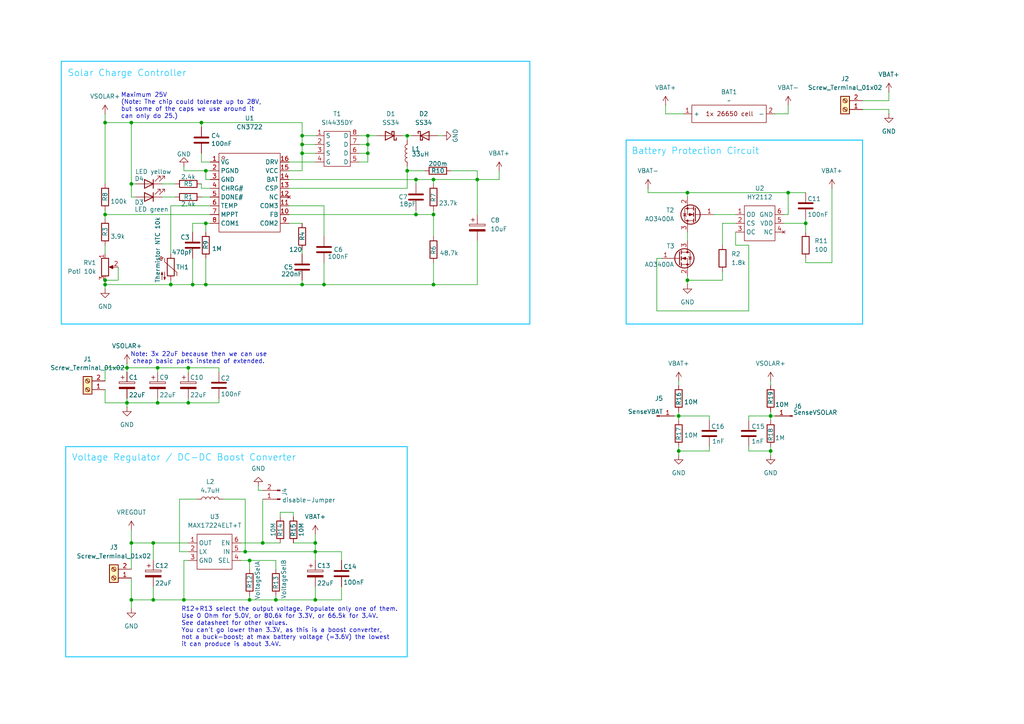
<source format=kicad_sch>
(kicad_sch (version 20231120) (generator "eeschema") (generator_version "8.0")
  (paper "A4")
  (lib_symbols
    (symbol "Connector:Conn_01x01_Pin" (pin_names (offset 1.016) hide)
      (property "Reference" "J" (at 0 2.54 0))
      (property "Value" "Conn_01x01_Pin" (at 0 -2.54 0))
      (symbol "Conn_01x01_Pin_1_1"
        (polyline (pts (xy 1.27 0) (xy 0.8636 0)) (stroke (width 0.1524)))
        (rectangle (start 0.8636 0.127) (end 0 -0.127) (stroke (width 0.1524)) (fill (type outline)))
        (pin passive line (at 5.08 0 180) (length 3.81) (name "Pin_1") (number "1"))
      )
    )
    (symbol "Connector:Conn_01x02_Pin" (pin_names (offset 1.016) hide)
      (property "Reference" "J" (at 0 2.54 0))
      (property "Value" "Conn_01x02_Pin" (at 0 -5.08 0))
      (symbol "Conn_01x02_Pin_1_1"
        (polyline (pts (xy 1.27 -2.54) (xy 0.8636 -2.54)) (stroke (width 0.1524)))
        (polyline (pts (xy 1.27 0) (xy 0.8636 0)) (stroke (width 0.1524)))
        (rectangle (start 0.8636 -2.413) (end 0 -2.667) (stroke (width 0.1524)) (fill (type outline)))
        (rectangle (start 0.8636 0.127) (end 0 -0.127) (stroke (width 0.1524)) (fill (type outline)))
        (pin passive line (at 5.08 0 180) (length 3.81) (name "Pin_1") (number "1"))
        (pin passive line (at 5.08 -2.54 180) (length 3.81) (name "Pin_2") (number "2"))
      )
    )
    (symbol "Connector:Screw_Terminal_01x02" (pin_names (offset 1.016) hide)
      (property "Reference" "J" (at 0 2.54 0))
      (property "Value" "Screw_Terminal_01x02" (at 0 -5.08 0))
      (symbol "Screw_Terminal_01x02_1_1"
        (rectangle (start -1.27 1.27) (end 1.27 -3.81) (stroke (width 0.254)) (fill (type background)))
        (circle (center 0 -2.54) (radius 0.635) (stroke (width 0.1524)))
        (polyline (pts (xy -0.5334 -2.2098) (xy 0.3302 -3.048)) (stroke (width 0.1524)))
        (polyline (pts (xy -0.5334 0.3302) (xy 0.3302 -0.508)) (stroke (width 0.1524)))
        (polyline (pts (xy -0.3556 -2.032) (xy 0.508 -2.8702)) (stroke (width 0.1524)))
        (polyline (pts (xy -0.3556 0.508) (xy 0.508 -0.3302)) (stroke (width 0.1524)))
        (circle (center 0 0) (radius 0.635) (stroke (width 0.1524)))
        (pin passive line (at -5.08 0 0) (length 3.81) (name "Pin_1") (number "1"))
        (pin passive line (at -5.08 -2.54 0) (length 3.81) (name "Pin_2") (number "2"))
      )
    )
    (symbol "Device:C" (pin_numbers hide) (pin_names (offset 0.254))
      (property "Reference" "C" (at 0.635 2.54 0))
      (property "Value" "C" (at 0.635 -2.54 0))
      (symbol "C_0_1"
        (polyline (pts (xy -2.032 -0.762) (xy 2.032 -0.762)) (stroke (width 0.508)))
        (polyline (pts (xy -2.032 0.762) (xy 2.032 0.762)) (stroke (width 0.508)))
      )
      (symbol "C_1_1"
        (pin passive line (at 0 3.81 270) (length 2.794) (name "~") (number "1"))
        (pin passive line (at 0 -3.81 90) (length 2.794) (name "~") (number "2"))
      )
    )
    (symbol "Device:C_Polarized" (pin_numbers hide) (pin_names (offset 0.254))
      (property "Reference" "C" (at 0.635 2.54 0))
      (property "Value" "C_Polarized" (at 0.635 -2.54 0))
      (symbol "C_Polarized_0_1"
        (rectangle (start -2.286 0.508) (end 2.286 1.016))
        (polyline (pts (xy -1.778 2.286) (xy -0.762 2.286)))
        (polyline (pts (xy -1.27 2.794) (xy -1.27 1.778)))
        (rectangle (start 2.286 -0.508) (end -2.286 -1.016) (fill (type outline)))
      )
      (symbol "C_Polarized_1_1"
        (pin passive line (at 0 3.81 270) (length 2.794) (name "~") (number "1"))
        (pin passive line (at 0 -3.81 90) (length 2.794) (name "~") (number "2"))
      )
    )
    (symbol "Device:L" (pin_numbers hide) (pin_names (offset 1.016) hide)
      (property "Reference" "L" (at -1.27 0 90))
      (property "Value" "L" (at 1.905 0 90))
      (symbol "L_0_1"
        (arc (start 0 -2.54) (mid 0.6323 -1.905) (end 0 -1.27))
        (arc (start 0 -1.27) (mid 0.6323 -0.635) (end 0 0))
        (arc (start 0 0) (mid 0.6323 0.635) (end 0 1.27))
        (arc (start 0 1.27) (mid 0.6323 1.905) (end 0 2.54))
      )
      (symbol "L_1_1"
        (pin passive line (at 0 3.81 270) (length 1.27) (name "1") (number "1"))
        (pin passive line (at 0 -3.81 90) (length 1.27) (name "2") (number "2"))
      )
    )
    (symbol "Device:LED" (pin_numbers hide) (pin_names (offset 1.016) hide)
      (property "Reference" "D" (at 0 2.54 0))
      (property "Value" "LED" (at 0 -2.54 0))
      (symbol "LED_0_1"
        (polyline (pts (xy -1.27 -1.27) (xy -1.27 1.27)) (stroke (width 0.254)))
        (polyline (pts (xy -1.27 0) (xy 1.27 0)))
        (polyline (pts (xy 1.27 -1.27) (xy 1.27 1.27) (xy -1.27 0) (xy 1.27 -1.27)) (stroke (width 0.254)))
        (polyline (pts (xy -3.048 -0.762) (xy -4.572 -2.286) (xy -3.81 -2.286) (xy -4.572 -2.286) (xy -4.572 -1.524)))
        (polyline (pts (xy -1.778 -0.762) (xy -3.302 -2.286) (xy -2.54 -2.286) (xy -3.302 -2.286) (xy -3.302 -1.524)))
      )
      (symbol "LED_1_1"
        (pin passive line (at -3.81 0 0) (length 2.54) (name "K") (number "1"))
        (pin passive line (at 3.81 0 180) (length 2.54) (name "A") (number "2"))
      )
    )
    (symbol "Device:R" (pin_numbers hide) (pin_names (offset 0))
      (property "Reference" "R" (at 2.032 0 90))
      (property "Value" "R" (at 0 0 90))
      (symbol "R_0_1"
        (rectangle (start -1.016 -2.54) (end 1.016 2.54) (stroke (width 0.254)))
      )
      (symbol "R_1_1"
        (pin passive line (at 0 3.81 270) (length 1.27) (name "~") (number "1"))
        (pin passive line (at 0 -3.81 90) (length 1.27) (name "~") (number "2"))
      )
    )
    (symbol "Device:R_Potentiometer" (pin_names (offset 1.016) hide)
      (property "Reference" "RV" (at -4.445 0 90))
      (property "Value" "R_Potentiometer" (at -2.54 0 90))
      (symbol "R_Potentiometer_0_1"
        (polyline (pts (xy 2.54 0) (xy 1.524 0)))
        (polyline (pts (xy 1.143 0) (xy 2.286 0.508) (xy 2.286 -0.508) (xy 1.143 0)) (fill (type outline)))
        (rectangle (start 1.016 2.54) (end -1.016 -2.54) (stroke (width 0.254)))
      )
      (symbol "R_Potentiometer_1_1"
        (pin passive line (at 0 3.81 270) (length 1.27) (name "1") (number "1"))
        (pin passive line (at 3.81 0 180) (length 1.27) (name "2") (number "2"))
        (pin passive line (at 0 -3.81 90) (length 1.27) (name "3") (number "3"))
      )
    )
    (symbol "Device:Thermistor_NTC" (pin_numbers hide) (pin_names (offset 0))
      (property "Reference" "TH" (at -4.445 0 90))
      (property "Value" "Thermistor_NTC" (at 3.175 0 90))
      (symbol "Thermistor_NTC_0_1"
        (arc (start -3.048 2.159) (mid -3.0495 2.3143) (end -3.175 2.413))
        (arc (start -3.048 2.159) (mid -2.9736 1.9794) (end -2.794 1.905))
        (arc (start -3.048 2.794) (mid -2.9736 2.6144) (end -2.794 2.54))
        (arc (start -2.794 1.905) (mid -2.6144 1.9794) (end -2.54 2.159))
        (arc (start -2.794 2.54) (mid -2.4393 2.5587) (end -2.159 2.794))
        (arc (start -2.794 3.048) (mid -2.9736 2.9736) (end -3.048 2.794))
        (arc (start -2.54 2.794) (mid -2.6144 2.9736) (end -2.794 3.048))
        (rectangle (start -1.016 2.54) (end 1.016 -2.54) (stroke (width 0.254)))
        (polyline (pts (xy -2.54 2.159) (xy -2.54 2.794)))
        (polyline (pts (xy -1.778 2.54) (xy -1.778 1.524) (xy 1.778 -1.524) (xy 1.778 -2.54)))
        (polyline (pts (xy -2.54 -3.683) (xy -2.54 -1.397) (xy -2.794 -2.159) (xy -2.286 -2.159) (xy -2.54 -1.397) (xy -2.54 -1.651)) (fill (type outline)))
        (polyline (pts (xy -1.778 -1.397) (xy -1.778 -3.683) (xy -2.032 -2.921) (xy -1.524 -2.921) (xy -1.778 -3.683) (xy -1.778 -3.429)) (fill (type outline)))
      )
      (symbol "Thermistor_NTC_1_1"
        (pin passive line (at 0 3.81 270) (length 1.27) (name "~") (number "1"))
        (pin passive line (at 0 -3.81 90) (length 1.27) (name "~") (number "2"))
      )
    )
    (symbol "Diode:SS34" (pin_numbers hide) (pin_names (offset 1.016) hide)
      (property "Reference" "D" (at 0 2.54 0))
      (property "Value" "SS34" (at 0 -2.54 0))
      (symbol "SS34_0_1"
        (polyline (pts (xy 1.27 0) (xy -1.27 0)))
        (polyline (pts (xy 1.27 1.27) (xy 1.27 -1.27) (xy -1.27 0) (xy 1.27 1.27)) (stroke (width 0.254)))
        (polyline (pts (xy -1.905 0.635) (xy -1.905 1.27) (xy -1.27 1.27) (xy -1.27 -1.27) (xy -0.635 -1.27) (xy -0.635 -0.635)) (stroke (width 0.254)))
      )
      (symbol "SS34_1_1"
        (pin passive line (at -3.81 0 0) (length 2.54) (name "K") (number "1"))
        (pin passive line (at 3.81 0 180) (length 2.54) (name "A") (number "2"))
      )
    )
    (symbol "Transistor_FET:AO3400A" (pin_names hide)
      (property "Reference" "Q" (at 5.08 1.905 0))
      (property "Value" "AO3400A" (at 5.08 0 0))
      (symbol "AO3400A_0_1"
        (polyline (pts (xy 0.254 0) (xy -2.54 0)))
        (polyline (pts (xy 0.254 1.905) (xy 0.254 -1.905)) (stroke (width 0.254)))
        (polyline (pts (xy 0.762 -1.27) (xy 0.762 -2.286)) (stroke (width 0.254)))
        (polyline (pts (xy 0.762 0.508) (xy 0.762 -0.508)) (stroke (width 0.254)))
        (polyline (pts (xy 0.762 2.286) (xy 0.762 1.27)) (stroke (width 0.254)))
        (polyline (pts (xy 2.54 2.54) (xy 2.54 1.778)))
        (polyline (pts (xy 2.54 -2.54) (xy 2.54 0) (xy 0.762 0)))
        (polyline (pts (xy 0.762 -1.778) (xy 3.302 -1.778) (xy 3.302 1.778) (xy 0.762 1.778)))
        (polyline (pts (xy 1.016 0) (xy 2.032 0.381) (xy 2.032 -0.381) (xy 1.016 0)) (fill (type outline)))
        (polyline (pts (xy 2.794 0.508) (xy 2.921 0.381) (xy 3.683 0.381) (xy 3.81 0.254)))
        (polyline (pts (xy 3.302 0.381) (xy 2.921 -0.254) (xy 3.683 -0.254) (xy 3.302 0.381)))
        (circle (center 1.651 0) (radius 2.794) (stroke (width 0.254)))
        (circle (center 2.54 -1.778) (radius 0.254) (fill (type outline)))
        (circle (center 2.54 1.778) (radius 0.254) (fill (type outline)))
      )
      (symbol "AO3400A_1_1"
        (pin input line (at -5.08 0 0) (length 2.54) (name "G") (number "1"))
        (pin passive line (at 2.54 -5.08 90) (length 2.54) (name "S") (number "2"))
        (pin passive line (at 2.54 5.08 270) (length 2.54) (name "D") (number "3"))
      )
    )
    (symbol "foxisfrickellibrary:CN3722"
      (property "Reference" "U" (at -8.382 0 0))
      (property "Value" "CN3722" (at 5.334 0 0))
      (symbol "CN3722_1_0"
        (rectangle (start -8.89 -24.13) (end 8.89 -1.27))
        (circle (center -7.62 -2.54) (radius 0.381))
        (pin input line (at -11.43 -3.81 0) (length 2.54) (name "VG") (number "1"))
        (pin input line (at 11.43 -19.05 180) (length 2.54) (name "FB") (number "10"))
        (pin input line (at 11.43 -16.51 180) (length 2.54) (name "COM3") (number "11"))
        (pin no_connect line (at 11.43 -13.97 180) (length 2.54) (name "NC") (number "12"))
        (pin bidirectional line (at 11.43 -11.43 180) (length 2.54) (name "CSP") (number "13"))
        (pin bidirectional line (at 11.43 -8.89 180) (length 2.54) (name "BAT") (number "14"))
        (pin power_in line (at 11.43 -6.35 180) (length 2.54) (name "VCC") (number "15"))
        (pin output line (at 11.43 -3.81 180) (length 2.54) (name "DRV") (number "16"))
        (pin bidirectional line (at -11.43 -6.35 0) (length 2.54) (name "PGND") (number "2"))
        (pin power_in line (at -11.43 -8.89 0) (length 2.54) (name "GND") (number "3"))
        (pin output line (at -11.43 -11.43 0) (length 2.54) (name "CHRG#") (number "4"))
        (pin output line (at -11.43 -13.97 0) (length 2.54) (name "DONE#") (number "5"))
        (pin input line (at -11.43 -16.51 0) (length 2.54) (name "TEMP") (number "6"))
        (pin input line (at -11.43 -19.05 0) (length 2.54) (name "MPPT") (number "7"))
        (pin input line (at -11.43 -21.59 0) (length 2.54) (name "COM1") (number "8"))
        (pin input line (at 11.43 -21.59 180) (length 2.54) (name "COM2") (number "9"))
      )
    )
    (symbol "foxisfrickellibrary:HY2112"
      (property "Reference" "U" (at 0 0 0))
      (property "Value" "HY2112" (at 3.048 -12.7 0))
      (symbol "HY2112_0_1"
        (rectangle (start -1.27 -1.27) (end 7.62 -11.43))
      )
      (symbol "HY2112_1_1"
        (pin output line (at -3.81 -3.81 0) (length 2.54) (name "OD") (number "1"))
        (pin input line (at -3.81 -6.35 0) (length 2.54) (name "CS") (number "2"))
        (pin output line (at -3.81 -8.89 0) (length 2.54) (name "OC") (number "3"))
        (pin no_connect line (at 10.16 -8.89 180) (length 2.54) (name "NC") (number "4"))
        (pin power_in line (at 10.16 -6.35 180) (length 2.54) (name "VDD") (number "5"))
        (pin power_in line (at 10.16 -3.81 180) (length 2.54) (name "GND") (number "6"))
      )
    )
    (symbol "foxisfrickellibrary:MAX1722x"
      (property "Reference" "U" (at 0 0 0))
      (property "Value" "MAX1722x" (at 0 0 0))
      (symbol "MAX1722x_0_1"
        (rectangle (start -5.08 -1.27) (end 5.08 -11.43))
      )
      (symbol "MAX1722x_1_1"
        (pin power_out line (at -7.62 -3.81 0) (length 2.54) (name "OUT") (number "1"))
        (pin bidirectional line (at -7.62 -6.35 0) (length 2.54) (name "LX") (number "2"))
        (pin bidirectional line (at -7.62 -8.89 0) (length 2.54) (name "GND") (number "3"))
        (pin bidirectional line (at 7.62 -8.89 180) (length 2.54) (name "SEL") (number "4"))
        (pin power_in line (at 7.62 -6.35 180) (length 2.54) (name "IN") (number "5"))
        (pin input line (at 7.62 -3.81 180) (length 2.54) (name "EN") (number "6"))
      )
    )
    (symbol "foxisfrickellibrary:SI4435DY"
      (property "Reference" "T" (at 0 0 0))
      (property "Value" "SI4435DY" (at 2.54 -12.7 0))
      (symbol "SI4435DY_0_1"
        (rectangle (start -1.27 -1.27) (end 6.35 -11.43))
      )
      (symbol "SI4435DY_1_0"
        (pin bidirectional line (at -3.81 -2.54 0) (length 2.54) (name "S") (number "1"))
        (pin bidirectional line (at -3.81 -5.08 0) (length 2.54) (name "S") (number "2"))
        (pin bidirectional line (at -3.81 -7.62 0) (length 2.54) (name "S") (number "3"))
        (pin bidirectional line (at -3.81 -10.16 0) (length 2.54) (name "G") (number "4"))
        (pin bidirectional line (at 8.89 -10.16 180) (length 2.54) (name "D") (number "5"))
        (pin bidirectional line (at 8.89 -7.62 180) (length 2.54) (name "D") (number "6"))
        (pin bidirectional line (at 8.89 -5.08 180) (length 2.54) (name "D") (number "7"))
        (pin bidirectional line (at 8.89 -2.54 180) (length 2.54) (name "D") (number "8"))
      )
    )
    (symbol "foxisfrickellibrary:batteryholder_keystone_1106_1x_26650"
      (property "Reference" "BAT" (at 0 0 0))
      (symbol "batteryholder_keystone_1106_1x_26650_0_1"
        (rectangle (start -10.16 -1.27) (end 11.43 -6.35))
      )
      (symbol "batteryholder_keystone_1106_1x_26650_1_1"
        (text "1x 26650 cell" (at 0.762 -3.81 0) (effects (font (size 1.27 1.27))))
        (pin bidirectional line (at -12.7 -3.81 0) (length 2.54) (name "+") (number "1"))
        (pin bidirectional line (at 13.97 -3.81 180) (length 2.54) (name "-") (number "2"))
      )
    )
    (symbol "power:GND" (power) (pin_numbers hide) (pin_names (offset 0) hide)
      (property "Value" "GND" (at 0 -3.81 0))
      (symbol "GND_0_1"
        (polyline (pts (xy 0 0) (xy 0 -1.27) (xy 1.27 -1.27) (xy 0 -2.54) (xy -1.27 -1.27) (xy 0 -1.27)))
      )
      (symbol "GND_1_1"
        (pin power_in line (at 0 0 270) (length 0) (name "~") (number "1"))
      )
    )
    (symbol "power:VBUS" (power) (pin_numbers hide) (pin_names (offset 0) hide)
      (property "Value" "VBUS" (at 0 3.556 0))
      (symbol "VBUS_0_1"
        (polyline (pts (xy -0.762 1.27) (xy 0 2.54)))
        (polyline (pts (xy 0 0) (xy 0 2.54)))
        (polyline (pts (xy 0 2.54) (xy 0.762 1.27)))
      )
      (symbol "VBUS_1_1"
        (pin power_in line (at 0 0 90) (length 0) (name "~") (number "1"))
      )
    )
    (symbol "power:VCC" (power) (pin_numbers hide) (pin_names (offset 0) hide)
      (property "Value" "VCC" (at 0 3.556 0))
      (symbol "VCC_0_1"
        (polyline (pts (xy -0.762 1.27) (xy 0 2.54)))
        (polyline (pts (xy 0 0) (xy 0 2.54)))
        (polyline (pts (xy 0 2.54) (xy 0.762 1.27)))
      )
      (symbol "VCC_1_1"
        (pin power_in line (at 0 0 90) (length 0) (name "~") (number "1"))
      )
    )
  )
  (junction (at 59.69 82.55))
  (junction (at 38.1 173.99))
  (junction (at 38.1 35.56))
  (junction (at 199.39 55.88))
  (junction (at 72.39 162.56))
  (junction (at 91.44 157.48))
  (junction (at 44.45 157.48))
  (junction (at 196.85 130.81))
  (junction (at 120.65 62.23))
  (junction (at 44.45 173.99))
  (junction (at 199.39 81.28))
  (junction (at 125.73 82.55))
  (junction (at 91.44 173.99))
  (junction (at 76.2 157.48))
  (junction (at 55.88 82.55))
  (junction (at 87.63 41.91))
  (junction (at 30.48 35.56))
  (junction (at 80.01 173.99))
  (junction (at 125.73 52.07))
  (junction (at 54.61 106.68))
  (junction (at 72.39 173.99))
  (junction (at 118.11 39.37))
  (junction (at 106.68 41.91))
  (junction (at 106.68 44.45))
  (junction (at 118.11 49.53))
  (junction (at 91.44 160.02))
  (junction (at 93.98 82.55))
  (junction (at 125.73 62.23))
  (junction (at 45.72 106.68))
  (junction (at 87.63 39.37))
  (junction (at 45.72 116.84))
  (junction (at 49.53 82.55))
  (junction (at 36.83 106.68))
  (junction (at 58.42 35.56))
  (junction (at 87.63 44.45))
  (junction (at 38.1 157.48))
  (junction (at 228.6 55.88))
  (junction (at 30.48 82.55))
  (junction (at 30.48 62.23))
  (junction (at 196.85 120.65))
  (junction (at 71.12 160.02))
  (junction (at 38.1 53.34))
  (junction (at 59.69 49.53))
  (junction (at 87.63 82.55))
  (junction (at 106.68 39.37))
  (junction (at 223.52 120.65))
  (junction (at 138.43 52.07))
  (junction (at 30.48 81.28))
  (junction (at 120.65 52.07))
  (junction (at 54.61 116.84))
  (junction (at 223.52 130.81))
  (junction (at 53.34 173.99))
  (junction (at 59.69 64.77))
  (junction (at 36.83 116.84))
  (junction (at 233.68 64.77))
  (wire (pts (xy 209.55 81.28) (xy 209.55 78.74)))
  (wire (pts (xy 30.48 71.12) (xy 30.48 73.66)))
  (wire (pts (xy 30.48 60.96) (xy 30.48 62.23)))
  (wire (pts (xy 85.09 157.48) (xy 91.44 157.48)))
  (wire (pts (xy 38.1 57.15) (xy 38.1 53.34)))
  (wire (pts (xy 250.19 29.21) (xy 257.81 29.21)))
  (wire (pts (xy 76.2 157.48) (xy 81.28 157.48)))
  (wire (pts (xy 83.82 64.77) (xy 87.63 64.77)))
  (wire (pts (xy 106.68 41.91) (xy 106.68 39.37)))
  (wire (pts (xy 46.99 57.15) (xy 50.8 57.15)))
  (wire (pts (xy 85.09 149.86) (xy 85.09 148.59)))
  (wire (pts (xy 38.1 167.64) (xy 38.1 173.99)))
  (wire (pts (xy 49.53 59.69) (xy 49.53 73.66)))
  (wire (pts (xy 60.96 59.69) (xy 49.53 59.69)))
  (wire (pts (xy 58.42 35.56) (xy 58.42 36.83)))
  (wire (pts (xy 72.39 173.99) (xy 80.01 173.99)))
  (wire (pts (xy 36.83 105.41) (xy 36.83 106.68)))
  (wire (pts (xy 213.36 71.12) (xy 213.36 67.31)))
  (wire (pts (xy 34.29 77.47) (xy 34.29 81.28)))
  (wire (pts (xy 54.61 115.57) (xy 54.61 116.84)))
  (wire (pts (xy 125.73 62.23) (xy 125.73 60.96)))
  (wire (pts (xy 187.96 54.61) (xy 187.96 55.88)))
  (wire (pts (xy 199.39 81.28) (xy 209.55 81.28)))
  (wire (pts (xy 125.73 82.55) (xy 125.73 76.2)))
  (wire (pts (xy 144.78 52.07) (xy 138.43 52.07)))
  (wire (pts (xy 207.01 62.23) (xy 213.36 62.23)))
  (wire (pts (xy 38.1 153.67) (xy 38.1 157.48)))
  (wire (pts (xy 104.14 41.91) (xy 106.68 41.91)))
  (wire (pts (xy 233.68 64.77) (xy 233.68 67.31)))
  (wire (pts (xy 233.68 76.2) (xy 241.3 76.2)))
  (wire (pts (xy 223.52 130.81) (xy 223.52 132.08)))
  (wire (pts (xy 76.2 144.78) (xy 76.2 157.48)))
  (wire (pts (xy 187.96 55.88) (xy 199.39 55.88)))
  (wire (pts (xy 209.55 71.12) (xy 209.55 64.77)))
  (wire (pts (xy 30.48 82.55) (xy 30.48 83.82)))
  (wire (pts (xy 87.63 49.53) (xy 83.82 49.53)))
  (wire (pts (xy 45.72 115.57) (xy 45.72 116.84)))
  (wire (pts (xy 217.17 129.54) (xy 217.17 130.81)))
  (wire (pts (xy 80.01 173.99) (xy 80.01 172.72)))
  (wire (pts (xy 199.39 55.88) (xy 228.6 55.88)))
  (wire (pts (xy 257.81 33.02) (xy 257.81 31.75)))
  (wire (pts (xy 217.17 71.12) (xy 213.36 71.12)))
  (wire (pts (xy 217.17 120.65) (xy 223.52 120.65)))
  (wire (pts (xy 44.45 173.99) (xy 44.45 170.18)))
  (wire (pts (xy 53.34 48.26) (xy 53.34 49.53)))
  (wire (pts (xy 99.06 173.99) (xy 91.44 173.99)))
  (wire (pts (xy 199.39 80.01) (xy 199.39 81.28)))
  (wire (pts (xy 190.5 90.17) (xy 190.5 74.93)))
  (wire (pts (xy 55.88 82.55) (xy 55.88 74.93)))
  (wire (pts (xy 69.85 157.48) (xy 76.2 157.48)))
  (wire (pts (xy 106.68 46.99) (xy 106.68 44.45)))
  (wire (pts (xy 228.6 62.23) (xy 228.6 55.88)))
  (wire (pts (xy 120.65 62.23) (xy 125.73 62.23)))
  (wire (pts (xy 118.11 54.61) (xy 118.11 49.53)))
  (wire (pts (xy 125.73 52.07) (xy 138.43 52.07)))
  (wire (pts (xy 71.12 160.02) (xy 91.44 160.02)))
  (wire (pts (xy 116.84 39.37) (xy 118.11 39.37)))
  (wire (pts (xy 45.72 106.68) (xy 45.72 107.95)))
  (wire (pts (xy 125.73 52.07) (xy 120.65 52.07)))
  (wire (pts (xy 54.61 116.84) (xy 45.72 116.84)))
  (wire (pts (xy 87.63 41.91) (xy 87.63 44.45)))
  (wire (pts (xy 83.82 54.61) (xy 118.11 54.61)))
  (wire (pts (xy 93.98 76.2) (xy 93.98 82.55)))
  (wire (pts (xy 223.52 120.65) (xy 224.79 120.65)))
  (wire (pts (xy 83.82 52.07) (xy 120.65 52.07)))
  (wire (pts (xy 87.63 82.55) (xy 87.63 81.28)))
  (wire (pts (xy 120.65 53.34) (xy 120.65 52.07)))
  (wire (pts (xy 36.83 115.57) (xy 36.83 116.84)))
  (wire (pts (xy 46.99 53.34) (xy 50.8 53.34)))
  (wire (pts (xy 93.98 82.55) (xy 125.73 82.55)))
  (wire (pts (xy 38.1 35.56) (xy 38.1 53.34)))
  (wire (pts (xy 55.88 67.31) (xy 55.88 64.77)))
  (wire (pts (xy 106.68 39.37) (xy 109.22 39.37)))
  (wire (pts (xy 54.61 106.68) (xy 63.5 106.68)))
  (wire (pts (xy 106.68 44.45) (xy 106.68 41.91)))
  (wire (pts (xy 120.65 62.23) (xy 120.65 60.96)))
  (wire (pts (xy 83.82 46.99) (xy 91.44 46.99)))
  (wire (pts (xy 44.45 157.48) (xy 54.61 157.48)))
  (wire (pts (xy 63.5 106.68) (xy 63.5 107.95)))
  (wire (pts (xy 144.78 49.53) (xy 144.78 52.07)))
  (wire (pts (xy 59.69 82.55) (xy 87.63 82.55)))
  (wire (pts (xy 87.63 35.56) (xy 87.63 39.37)))
  (wire (pts (xy 190.5 74.93) (xy 191.77 74.93)))
  (wire (pts (xy 118.11 39.37) (xy 118.11 40.64)))
  (wire (pts (xy 36.83 106.68) (xy 36.83 107.95)))
  (wire (pts (xy 55.88 82.55) (xy 59.69 82.55)))
  (wire (pts (xy 196.85 120.65) (xy 196.85 121.92)))
  (wire (pts (xy 193.04 30.48) (xy 193.04 33.02)))
  (wire (pts (xy 217.17 90.17) (xy 217.17 71.12)))
  (wire (pts (xy 138.43 52.07) (xy 138.43 49.53)))
  (wire (pts (xy 80.01 173.99) (xy 91.44 173.99)))
  (wire (pts (xy 58.42 57.15) (xy 60.96 57.15)))
  (wire (pts (xy 49.53 82.55) (xy 49.53 81.28)))
  (wire (pts (xy 63.5 115.57) (xy 63.5 116.84)))
  (wire (pts (xy 138.43 52.07) (xy 138.43 62.23)))
  (wire (pts (xy 138.43 69.85) (xy 138.43 82.55)))
  (wire (pts (xy 205.74 120.65) (xy 205.74 121.92)))
  (wire (pts (xy 83.82 59.69) (xy 93.98 59.69)))
  (wire (pts (xy 196.85 120.65) (xy 205.74 120.65)))
  (wire (pts (xy 72.39 172.72) (xy 72.39 173.99)))
  (wire (pts (xy 30.48 113.03) (xy 30.48 116.84)))
  (wire (pts (xy 58.42 44.45) (xy 58.42 46.99)))
  (wire (pts (xy 196.85 110.49) (xy 196.85 111.76)))
  (wire (pts (xy 241.3 76.2) (xy 241.3 54.61)))
  (wire (pts (xy 30.48 62.23) (xy 30.48 63.5)))
  (wire (pts (xy 30.48 53.34) (xy 30.48 35.56)))
  (wire (pts (xy 87.63 44.45) (xy 87.63 49.53)))
  (wire (pts (xy 53.34 173.99) (xy 53.34 162.56)))
  (wire (pts (xy 104.14 46.99) (xy 106.68 46.99)))
  (wire (pts (xy 38.1 53.34) (xy 39.37 53.34)))
  (wire (pts (xy 199.39 55.88) (xy 199.39 57.15)))
  (wire (pts (xy 57.15 144.78) (xy 52.07 144.78)))
  (wire (pts (xy 118.11 39.37) (xy 119.38 39.37)))
  (wire (pts (xy 59.69 52.07) (xy 59.69 49.53)))
  (wire (pts (xy 30.48 62.23) (xy 60.96 62.23)))
  (wire (pts (xy 227.33 62.23) (xy 228.6 62.23)))
  (wire (pts (xy 45.72 116.84) (xy 36.83 116.84)))
  (wire (pts (xy 69.85 162.56) (xy 72.39 162.56)))
  (wire (pts (xy 138.43 82.55) (xy 125.73 82.55)))
  (wire (pts (xy 199.39 81.28) (xy 199.39 82.55)))
  (wire (pts (xy 36.83 116.84) (xy 36.83 118.11)))
  (wire (pts (xy 199.39 67.31) (xy 199.39 69.85)))
  (wire (pts (xy 223.52 110.49) (xy 223.52 111.76)))
  (wire (pts (xy 196.85 119.38) (xy 196.85 120.65)))
  (wire (pts (xy 63.5 116.84) (xy 54.61 116.84)))
  (wire (pts (xy 196.85 129.54) (xy 196.85 130.81)))
  (wire (pts (xy 34.29 81.28) (xy 30.48 81.28)))
  (wire (pts (xy 118.11 49.53) (xy 123.19 49.53)))
  (wire (pts (xy 87.63 72.39) (xy 87.63 73.66)))
  (wire (pts (xy 74.93 142.24) (xy 76.2 142.24)))
  (wire (pts (xy 38.1 165.1) (xy 38.1 157.48)))
  (wire (pts (xy 81.28 148.59) (xy 81.28 149.86)))
  (wire (pts (xy 69.85 160.02) (xy 71.12 160.02)))
  (wire (pts (xy 257.81 29.21) (xy 257.81 26.67)))
  (wire (pts (xy 72.39 162.56) (xy 80.01 162.56)))
  (wire (pts (xy 36.83 106.68) (xy 45.72 106.68)))
  (wire (pts (xy 228.6 33.02) (xy 228.6 30.48)))
  (wire (pts (xy 209.55 64.77) (xy 213.36 64.77)))
  (wire (pts (xy 38.1 157.48) (xy 44.45 157.48)))
  (wire (pts (xy 59.69 82.55) (xy 59.69 74.93)))
  (wire (pts (xy 49.53 82.55) (xy 55.88 82.55)))
  (wire (pts (xy 72.39 173.99) (xy 53.34 173.99)))
  (wire (pts (xy 30.48 33.02) (xy 30.48 35.56)))
  (wire (pts (xy 53.34 173.99) (xy 44.45 173.99)))
  (wire (pts (xy 127 39.37) (xy 128.27 39.37)))
  (wire (pts (xy 217.17 130.81) (xy 223.52 130.81)))
  (wire (pts (xy 38.1 173.99) (xy 38.1 176.53)))
  (wire (pts (xy 54.61 106.68) (xy 54.61 107.95)))
  (wire (pts (xy 59.69 49.53) (xy 60.96 49.53)))
  (wire (pts (xy 91.44 160.02) (xy 99.06 160.02)))
  (wire (pts (xy 53.34 49.53) (xy 59.69 49.53)))
  (wire (pts (xy 217.17 121.92) (xy 217.17 120.65)))
  (wire (pts (xy 193.04 33.02) (xy 198.12 33.02)))
  (wire (pts (xy 93.98 59.69) (xy 93.98 68.58)))
  (wire (pts (xy 30.48 81.28) (xy 30.48 82.55)))
  (wire (pts (xy 71.12 144.78) (xy 64.77 144.78)))
  (wire (pts (xy 205.74 130.81) (xy 205.74 129.54)))
  (wire (pts (xy 44.45 162.56) (xy 44.45 157.48)))
  (wire (pts (xy 125.73 53.34) (xy 125.73 52.07)))
  (wire (pts (xy 38.1 173.99) (xy 44.45 173.99)))
  (wire (pts (xy 85.09 148.59) (xy 81.28 148.59)))
  (wire (pts (xy 71.12 160.02) (xy 71.12 144.78)))
  (wire (pts (xy 99.06 160.02) (xy 99.06 162.56)))
  (wire (pts (xy 87.63 39.37) (xy 91.44 39.37)))
  (wire (pts (xy 45.72 106.68) (xy 54.61 106.68)))
  (wire (pts (xy 39.37 57.15) (xy 38.1 57.15)))
  (wire (pts (xy 30.48 116.84) (xy 36.83 116.84)))
  (wire (pts (xy 60.96 54.61) (xy 58.42 54.61)))
  (wire (pts (xy 118.11 49.53) (xy 118.11 48.26)))
  (wire (pts (xy 195.58 120.65) (xy 196.85 120.65)))
  (wire (pts (xy 130.81 49.53) (xy 138.43 49.53)))
  (wire (pts (xy 80.01 162.56) (xy 80.01 165.1)))
  (wire (pts (xy 99.06 170.18) (xy 99.06 173.99)))
  (wire (pts (xy 87.63 39.37) (xy 87.63 41.91)))
  (wire (pts (xy 60.96 52.07) (xy 59.69 52.07)))
  (wire (pts (xy 223.52 120.65) (xy 223.52 121.92)))
  (wire (pts (xy 30.48 110.49) (xy 30.48 106.68)))
  (wire (pts (xy 196.85 130.81) (xy 205.74 130.81)))
  (wire (pts (xy 196.85 130.81) (xy 196.85 132.08)))
  (wire (pts (xy 91.44 154.94) (xy 91.44 157.48)))
  (wire (pts (xy 227.33 64.77) (xy 233.68 64.77)))
  (wire (pts (xy 83.82 62.23) (xy 120.65 62.23)))
  (wire (pts (xy 91.44 157.48) (xy 91.44 160.02)))
  (wire (pts (xy 106.68 39.37) (xy 104.14 39.37)))
  (wire (pts (xy 233.68 64.77) (xy 233.68 63.5)))
  (wire (pts (xy 233.68 74.93) (xy 233.68 76.2)))
  (wire (pts (xy 72.39 162.56) (xy 72.39 165.1)))
  (wire (pts (xy 58.42 54.61) (xy 58.42 53.34)))
  (wire (pts (xy 52.07 160.02) (xy 54.61 160.02)))
  (wire (pts (xy 38.1 35.56) (xy 58.42 35.56)))
  (wire (pts (xy 74.93 140.97) (xy 74.93 142.24)))
  (wire (pts (xy 190.5 90.17) (xy 217.17 90.17)))
  (wire (pts (xy 257.81 31.75) (xy 250.19 31.75)))
  (wire (pts (xy 223.52 119.38) (xy 223.52 120.65)))
  (wire (pts (xy 87.63 44.45) (xy 91.44 44.45)))
  (wire (pts (xy 125.73 62.23) (xy 125.73 68.58)))
  (wire (pts (xy 52.07 144.78) (xy 52.07 160.02)))
  (wire (pts (xy 91.44 173.99) (xy 91.44 170.18)))
  (wire (pts (xy 91.44 162.56) (xy 91.44 160.02)))
  (wire (pts (xy 223.52 129.54) (xy 223.52 130.81)))
  (wire (pts (xy 30.48 35.56) (xy 38.1 35.56)))
  (wire (pts (xy 55.88 64.77) (xy 59.69 64.77)))
  (wire (pts (xy 59.69 64.77) (xy 60.96 64.77)))
  (wire (pts (xy 30.48 82.55) (xy 49.53 82.55)))
  (wire (pts (xy 58.42 35.56) (xy 87.63 35.56)))
  (wire (pts (xy 93.98 82.55) (xy 87.63 82.55)))
  (wire (pts (xy 104.14 44.45) (xy 106.68 44.45)))
  (wire (pts (xy 59.69 64.77) (xy 59.69 67.31)))
  (wire (pts (xy 60.96 46.99) (xy 58.42 46.99)))
  (wire (pts (xy 30.48 106.68) (xy 36.83 106.68)))
  (wire (pts (xy 53.34 162.56) (xy 54.61 162.56)))
  (wire (pts (xy 224.79 33.02) (xy 228.6 33.02)))
  (wire (pts (xy 87.63 41.91) (xy 91.44 41.91)))
  (wire (pts (xy 228.6 55.88) (xy 233.68 55.88)))
  (rectangle (start 181.61 40.64) (end 250.19 93.98) (stroke (width 0.254) (color 0 195 255 1)))
  (rectangle (start 17.78 17.78) (end 153.67 93.98) (stroke (width 0.254) (color 0 195 255 1)))
  (rectangle (start 19.05 129.54) (end 118.11 190.5) (stroke (width 0.254) (color 0 195 255 1)))
  (text "Solar Charge Controller" (at 36.83 21.336 0) (effects (font (size 1.905 1.905))))
  (text "Maximum 25V\n(Note: The chip could tolerate up to 28V,\nbut some of the caps we use around it\ncan only do 25.)" (at 35.052 30.734 0) (effects (font (size 1.27 1.27)) (justify left)))
  (text "Voltage Regulator / DC-DC Boost Converter" (at 53.34 132.842 0) (effects (font (size 1.905 1.905))))
  (text "Note: 3x 22uF because then we can use\ncheap basic parts instead of extended." (at 57.658 103.886 0) (effects (font (size 1.27 1.27))))
  (text "R12+R13 select the output voltage. Populate only one of them.\nUse 0 Ohm for 5.0V, or 80.6k for 3.3V, or 66.5k for 3.4V.\nSee datasheet for other values.\nYou can't go lower than 3.3V, as this is a boost converter,\nnot a buck-boost; at max battery voltage (=3.6V) the lowest\nit can produce is about 3.4V.\n" (at 52.578 181.864 0) (effects (font (size 1.27 1.27)) (justify left)))
  (text "Battery Protection Circuit" (at 201.676 43.942 0) (effects (font (size 1.905 1.905))))
  (symbol (lib_id "power:GND") (at 38.1 176.53 0) (unit 1)
    (property "Reference" "#PWR019" (effects (hide yes)))
    (property "Value" "GND" (at 38.1 181.61 0))
    (property "Description" "Power symbol creates a global label with name \"GND\" , ground" (effects (hide yes)))
  )
  (symbol (lib_id "power:GND") (at 196.85 132.08 0) (unit 1)
    (property "Reference" "#PWR020" (effects (hide yes)))
    (property "Value" "GND" (at 196.85 137.16 0))
    (property "Description" "Power symbol creates a global label with name \"GND\" , ground" (effects (hide yes)))
  )
  (symbol (lib_id "Device:C") (at 58.42 40.64 180) (unit 1)
    (property "Reference" "C4" (at 61.214 39.37 0) (effects (justify right)))
    (property "Value" "100nF" (at 61.214 41.656 0) (effects (justify right)))
    (property "Footprint" "Capacitor_SMD:C_0402_1005Metric" (effects (hide yes)))
    (property "Description" "Unpolarized capacitor" (effects (hide yes)))
  )
  (symbol (lib_id "Device:R") (at 59.69 71.12 0) (unit 1)
    (property "Reference" "R9" (at 59.69 72.39 90) (effects (justify left)))
    (property "Value" "1M" (at 61.468 72.136 0) (effects (justify left)))
    (property "Footprint" "Resistor_SMD:R_0402_1005Metric" (effects (hide yes)))
    (property "Description" "Resistor" (effects (hide yes)))
  )
  (symbol (lib_id "Device:R") (at 72.39 168.91 0) (unit 1) (in_bom no)
    (property "Reference" "R12" (at 72.39 170.688 90) (effects (justify left)))
    (property "Value" "VoltageSelA" (at 74.676 173.99 90) (effects (justify left)))
    (property "Footprint" "Resistor_THT:R_Axial_DIN0207_L6.3mm_D2.5mm_P10.16mm_Horizontal" (effects (hide yes)))
    (property "Description" "Resistor" (effects (hide yes)))
  )
  (symbol (lib_id "Device:C") (at 63.5 111.76 0) (unit 1)
    (property "Reference" "C2" (at 64.008 109.728 0) (effects (justify left)))
    (property "Value" "100nF" (at 64.008 114.3 0) (effects (justify left)))
    (property "Footprint" "Capacitor_SMD:C_0402_1005Metric" (effects (hide yes)))
    (property "Description" "Unpolarized capacitor" (effects (hide yes)))
  )
  (symbol (lib_id "power:VBUS") (at 187.96 54.61 0) (unit 1)
    (property "Reference" "#PWR09" (effects (hide yes)))
    (property "Value" "VBAT-" (at 187.96 49.53 0))
    (property "Description" "Power symbol creates a global label with name \"VBUS\"" (effects (hide yes)))
  )
  (symbol (lib_id "power:VBUS") (at 241.3 54.61 0) (unit 1)
    (property "Reference" "#PWR010" (effects (hide yes)))
    (property "Value" "VBAT+" (at 241.3 49.53 0))
    (property "Description" "Power symbol creates a global label with name \"VBUS\"" (effects (hide yes)))
  )
  (symbol (lib_id "power:VCC") (at 30.48 33.02 0) (unit 1)
    (property "Reference" "#PWR01" (effects (hide yes)))
    (property "Value" "VSOLAR+" (at 30.48 27.94 0))
    (property "Description" "Power symbol creates a global label with name \"VCC\"" (effects (hide yes)))
  )
  (symbol (lib_id "Transistor_FET:AO3400A") (at 201.93 62.23 180) (unit 1)
    (property "Reference" "T2" (at 195.58 60.9599 0) (effects (justify left)))
    (property "Value" "AO3400A" (at 195.58 63.4999 0) (effects (justify left)))
    (property "Footprint" "Package_TO_SOT_SMD:SOT-23" (effects (hide yes)))
    (property "Datasheet" "http://www.aosmd.com/pdfs/datasheet/AO3400A.pdf" (effects (hide yes)))
    (property "Description" "30V Vds, 5.7A Id, N-Channel MOSFET, SOT-23" (effects (hide yes)))
  )
  (symbol (lib_id "power:GND") (at 74.93 140.97 180) (unit 1)
    (property "Reference" "#PWR017" (effects (hide yes)))
    (property "Value" "GND" (at 74.93 135.89 0))
    (property "Description" "Power symbol creates a global label with name \"GND\" , ground" (effects (hide yes)))
  )
  (symbol (lib_id "Device:C") (at 233.68 59.69 0) (unit 1)
    (property "Reference" "C11" (at 234.188 57.658 0) (effects (justify left)))
    (property "Value" "100nF" (at 234.188 62.23 0) (effects (justify left)))
    (property "Footprint" "Capacitor_SMD:C_0402_1005Metric" (effects (hide yes)))
    (property "Description" "Unpolarized capacitor" (effects (hide yes)))
  )
  (symbol (lib_id "foxisfrickellibrary:SI4435DY") (at 95.25 36.83 0) (unit 1)
    (property "Reference" "T1" (at 97.79 33.02 0))
    (property "Value" "SI4435DY" (at 97.79 35.56 0))
    (property "Footprint" "Package_SO:SOP-8_3.9x4.9mm_P1.27mm" (effects (hide yes)))
  )
  (symbol (lib_id "Connector:Conn_01x01_Pin") (at 190.5 120.65 0) (unit 1) (in_bom no)
    (property "Reference" "J5" (at 191.135 115.57 0))
    (property "Value" "SenseVBAT" (at 187.198 119.38 0))
    (property "Footprint" "Connector_PinHeader_2.54mm:PinHeader_1x01_P2.54mm_Vertical" (effects (hide yes)))
    (property "Description" "Generic connector, single row, 01x01, script generated" (effects (hide yes)))
  )
  (symbol (lib_id "power:VBUS") (at 257.81 26.67 0) (unit 1)
    (property "Reference" "#PWR014" (effects (hide yes)))
    (property "Value" "VBAT+" (at 257.81 21.59 0))
    (property "Description" "Power symbol creates a global label with name \"VBUS\"" (effects (hide yes)))
  )
  (symbol (lib_id "Device:R_Potentiometer") (at 30.48 77.47 0) (unit 1)
    (property "Reference" "RV1" (at 27.94 76.1999 0) (effects (justify right)))
    (property "Value" "Poti 10k" (at 27.94 78.7399 0) (effects (justify right)))
    (property "Footprint" "Potentiometer_SMD:Potentiometer_Bourns_3224W_Vertical" (effects (hide yes)))
    (property "Description" "Potentiometer" (effects (hide yes)))
  )
  (symbol (lib_id "Device:C") (at 55.88 71.12 0) (unit 1)
    (property "Reference" "C3" (at 52.324 68.834 0) (effects (justify left)))
    (property "Value" "470pF" (at 49.784 73.152 0) (effects (justify left)))
    (property "Footprint" "Capacitor_SMD:C_0603_1608Metric" (effects (hide yes)))
    (property "Description" "Unpolarized capacitor" (effects (hide yes)))
  )
  (symbol (lib_id "Device:R") (at 196.85 125.73 0) (unit 1)
    (property "Reference" "R17" (at 196.85 127.762 90) (effects (justify left)))
    (property "Value" "10M" (at 198.374 126.238 0) (effects (justify left)))
    (property "Footprint" "Resistor_SMD:R_0603_1608Metric" (effects (hide yes)))
    (property "Description" "Resistor" (effects (hide yes)))
  )
  (symbol (lib_id "Device:C_Polarized") (at 36.83 111.76 0) (unit 1)
    (property "Reference" "C1" (at 37.338 109.474 0) (effects (justify left)))
    (property "Value" "22uF" (at 37.338 114.554 0) (effects (justify left)))
    (property "Footprint" "Capacitor_SMD:C_0805_2012Metric" (effects (hide yes)))
    (property "Description" "Polarized capacitor" (effects (hide yes)))
  )
  (symbol (lib_id "Diode:SS34") (at 123.19 39.37 0) (unit 1)
    (property "Reference" "D2" (at 122.8725 33.02 0))
    (property "Value" "SS34" (at 122.8725 35.56 0))
    (property "Footprint" "Diode_SMD:D_SMA" (effects (hide yes)))
    (property "Datasheet" "https://www.vishay.com/docs/88751/ss32.pdf" (effects (hide yes)))
    (property "Description" "40V 3A Schottky Diode, SMA" (effects (hide yes)))
  )
  (symbol (lib_id "Device:R") (at 54.61 57.15 90) (unit 1)
    (property "Reference" "R1" (at 54.61 57.15 90))
    (property "Value" "2.4k" (at 54.61 59.182 90))
    (property "Footprint" "Resistor_SMD:R_0603_1608Metric" (effects (hide yes)))
    (property "Description" "Resistor" (effects (hide yes)))
  )
  (symbol (lib_id "Device:LED") (at 43.18 53.34 180) (unit 1)
    (property "Reference" "D4" (at 40.386 51.816 0))
    (property "Value" "LED yellow" (at 44.45 49.784 0))
    (property "Footprint" "LED_SMD:LED_0805_2012Metric" (effects (hide yes)))
    (property "Description" "Light emitting diode" (effects (hide yes)))
  )
  (symbol (lib_id "Device:L") (at 118.11 44.45 180) (unit 1)
    (property "Reference" "L1" (at 119.38 43.1799 0) (effects (justify right)))
    (property "Value" "33uH" (at 119.38 44.704 0) (effects (justify right)))
    (property "Footprint" "Inductor_SMD:L_TDK_SLF12575" (effects (hide yes)))
    (property "Description" "Inductor TDK SLF12575T-330M3R2-PF" (effects (hide yes)))
  )
  (symbol (lib_id "Device:R") (at 30.48 67.31 0) (unit 1)
    (property "Reference" "R3" (at 30.48 68.58 90) (effects (justify left)))
    (property "Value" "3.9k" (at 32.004 68.58 0) (effects (justify left)))
    (property "Footprint" "Resistor_SMD:R_0603_1608Metric" (effects (hide yes)))
    (property "Description" "Resistor" (effects (hide yes)))
  )
  (symbol (lib_id "Device:C") (at 120.65 57.15 0) (unit 1)
    (property "Reference" "C7" (at 115.57 57.15 0) (effects (justify left)))
    (property "Value" "18pF" (at 115.824 59.182 0) (effects (justify left)))
    (property "Footprint" "Capacitor_SMD:C_0603_1608Metric" (effects (hide yes)))
    (property "Description" "Unpolarized capacitor" (effects (hide yes)))
  )
  (symbol (lib_id "power:GND") (at 30.48 83.82 0) (unit 1)
    (property "Reference" "#PWR02" (effects (hide yes)))
    (property "Value" "GND" (at 30.48 88.9 0))
    (property "Description" "Power symbol creates a global label with name \"GND\" , ground" (effects (hide yes)))
  )
  (symbol (lib_id "Device:L") (at 60.96 144.78 90) (unit 1)
    (property "Reference" "L2" (at 60.96 139.7 90))
    (property "Value" "4.7uH" (at 60.96 142.24 90))
    (property "Footprint" "Inductor_SMD:L_Sunlord_MWSA0603S" (effects (hide yes)))
    (property "Description" "Inductor Sunlord MWSA0603S-4R7MT" (effects (hide yes)))
  )
  (symbol (lib_id "Device:R") (at 125.73 57.15 0) (unit 1)
    (property "Reference" "R7" (at 125.73 58.674 90) (effects (justify left)))
    (property "Value" "23.7k" (at 127.254 58.928 0) (effects (justify left)))
    (property "Footprint" "Resistor_SMD:R_0402_1005Metric" (effects (hide yes)))
    (property "Description" "Resistor" (effects (hide yes)))
  )
  (symbol (lib_id "Device:R") (at 127 49.53 270) (mirror x) (unit 1)
    (property "Reference" "R10" (at 127 49.53 90))
    (property "Value" "200m" (at 127 47.498 90))
    (property "Footprint" "Resistor_SMD:R_2512_6332Metric" (effects (hide yes)))
    (property "Description" "Resistor - Vorsicht, das Ding muss 3A abkoennen..." (effects (hide yes)))
  )
  (symbol (lib_id "Connector:Screw_Terminal_01x02") (at 245.11 31.75 180) (unit 1) (in_bom no)
    (property "Reference" "J2" (at 245.11 22.86 0))
    (property "Value" "Screw_Terminal_01x02" (at 245.11 25.4 0))
    (property "Footprint" "TerminalBlock_MetzConnect:TerminalBlock_MetzConnect_Type073_RT02602HBLU_1x02_P5.08mm_Horizontal" (effects (hide yes)))
    (property "Description" "Generic screw terminal, single row, 01x02, script generated (kicad-library-utils/schlib/autogen/connector/)" (effects (hide yes)))
  )
  (symbol (lib_id "Device:C") (at 205.74 125.73 0) (unit 1)
    (property "Reference" "C16" (at 206.248 123.698 0) (effects (justify left)))
    (property "Value" "1nF" (at 206.502 128.016 0) (effects (justify left)))
    (property "Footprint" "Capacitor_SMD:C_0603_1608Metric" (effects (hide yes)))
    (property "Description" "Unpolarized capacitor" (effects (hide yes)))
  )
  (symbol (lib_id "power:GND") (at 257.81 33.02 0) (unit 1)
    (property "Reference" "#PWR015" (effects (hide yes)))
    (property "Value" "GND" (at 257.81 38.1 0))
    (property "Description" "Power symbol creates a global label with name \"GND\" , ground" (effects (hide yes)))
  )
  (symbol (lib_id "Device:R") (at 80.01 168.91 0) (unit 1)
    (property "Reference" "R13" (at 80.01 170.942 90) (effects (justify left)))
    (property "Value" "VoltageSelB" (at 82.296 173.736 90) (effects (justify left)))
    (property "Footprint" "Resistor_SMD:R_1206_3216Metric" (effects (hide yes)))
    (property "Description" "Resistor" (effects (hide yes)))
  )
  (symbol (lib_id "Device:C_Polarized") (at 138.43 66.04 0) (unit 1)
    (property "Reference" "C8" (at 142.24 63.8809 0) (effects (justify left)))
    (property "Value" "10uF" (at 142.24 66.4209 0) (effects (justify left)))
    (property "Footprint" "Capacitor_SMD:C_0805_2012Metric" (effects (hide yes)))
    (property "Description" "Polarized capacitor" (effects (hide yes)))
  )
  (symbol (lib_id "Device:C") (at 87.63 77.47 0) (unit 1)
    (property "Reference" "C5" (at 82.296 77.47 0) (effects (justify left)))
    (property "Value" "220nF" (at 81.534 79.502 0) (effects (justify left)))
    (property "Footprint" "Capacitor_SMD:C_0805_2012Metric" (effects (hide yes)))
    (property "Description" "Unpolarized capacitor" (effects (hide yes)))
  )
  (symbol (lib_id "Device:R") (at 223.52 115.57 0) (unit 1)
    (property "Reference" "R19" (at 223.52 117.348 90) (effects (justify left)))
    (property "Value" "10M" (at 224.79 117.348 0) (effects (justify left)))
    (property "Footprint" "Resistor_SMD:R_0603_1608Metric" (effects (hide yes)))
    (property "Description" "Resistor" (effects (hide yes)))
  )
  (symbol (lib_id "Device:C_Polarized") (at 44.45 166.37 0) (unit 1)
    (property "Reference" "C12" (at 44.958 164.084 0) (effects (justify left)))
    (property "Value" "22uF" (at 44.958 169.164 0) (effects (justify left)))
    (property "Footprint" "Capacitor_SMD:C_0805_2012Metric" (effects (hide yes)))
    (property "Description" "Polarized capacitor" (effects (hide yes)))
  )
  (symbol (lib_id "power:GND") (at 36.83 118.11 0) (unit 1)
    (property "Reference" "#PWR04" (effects (hide yes)))
    (property "Value" "GND" (at 36.83 123.19 0))
    (property "Description" "Power symbol creates a global label with name \"GND\" , ground" (effects (hide yes)))
  )
  (symbol (lib_id "power:VBUS") (at 144.78 49.53 0) (unit 1)
    (property "Reference" "#PWR07" (effects (hide yes)))
    (property "Value" "VBAT+" (at 144.78 44.45 0))
    (property "Description" "Power symbol creates a global label with name \"VBUS\"" (effects (hide yes)))
  )
  (symbol (lib_id "power:GND") (at 53.34 48.26 180) (unit 1)
    (property "Reference" "#PWR05" (effects (hide yes)))
    (property "Value" "GND" (at 53.34 44.704 0))
    (property "Description" "Power symbol creates a global label with name \"GND\" , ground" (effects (hide yes)))
  )
  (symbol (lib_id "Device:C") (at 217.17 125.73 0) (unit 1)
    (property "Reference" "C15" (at 217.932 123.698 0) (effects (justify left)))
    (property "Value" "1nF" (at 217.932 128.016 0) (effects (justify left)))
    (property "Footprint" "Capacitor_SMD:C_0603_1608Metric" (effects (hide yes)))
    (property "Description" "Unpolarized capacitor" (effects (hide yes)))
  )
  (symbol (lib_id "Device:LED") (at 43.18 57.15 180) (unit 1)
    (property "Reference" "D3" (at 40.386 58.674 0))
    (property "Value" "LED green" (at 43.942 60.706 0))
    (property "Footprint" "LED_SMD:LED_0805_2012Metric" (effects (hide yes)))
    (property "Description" "Light emitting diode" (effects (hide yes)))
  )
  (symbol (lib_id "Connector:Screw_Terminal_01x02") (at 33.02 167.64 180) (unit 1) (in_bom no)
    (property "Reference" "J3" (at 33.02 158.75 0))
    (property "Value" "Screw_Terminal_01x02" (at 33.02 161.29 0))
    (property "Footprint" "TerminalBlock_MetzConnect:TerminalBlock_MetzConnect_Type073_RT02602HBLU_1x02_P5.08mm_Horizontal" (effects (hide yes)))
    (property "Description" "Generic screw terminal, single row, 01x02, script generated (kicad-library-utils/schlib/autogen/connector/)" (effects (hide yes)))
  )
  (symbol (lib_id "power:VBUS") (at 228.6 30.48 0) (unit 1)
    (property "Reference" "#PWR011" (effects (hide yes)))
    (property "Value" "VBAT-" (at 228.6 25.4 0))
    (property "Description" "Power symbol creates a global label with name \"VBUS\"" (effects (hide yes)))
  )
  (symbol (lib_id "foxisfrickellibrary:batteryholder_keystone_1106_1x_26650") (at 210.82 29.21 0) (unit 1) (in_bom no)
    (property "Reference" "BAT1" (at 211.455 26.67 0))
    (property "Value" "~" (at 211.455 29.21 0))
    (property "Footprint" "foxisfrickellibrary:batteryholder_keystone_1106-jlcpcb" (effects (hide yes)))
  )
  (symbol (lib_id "Connector:Conn_01x02_Pin") (at 81.28 144.78 180) (unit 1) (in_bom no)
    (property "Reference" "J4" (at 82.55 141.478 90) (effects (justify left)))
    (property "Value" "disable-Jumper" (at 97.282 145.034 0) (effects (justify left)))
    (property "Footprint" "Connector_PinHeader_2.54mm:PinHeader_1x02_P2.54mm_Vertical" (effects (hide yes)))
    (property "Description" "Generic connector, single row, 01x02, script generated" (effects (hide yes)))
  )
  (symbol (lib_id "power:VCC") (at 38.1 153.67 0) (unit 1)
    (property "Reference" "#PWR018" (effects (hide yes)))
    (property "Value" "VREGOUT" (at 38.1 148.59 0))
    (property "Description" "Power symbol creates a global label with name \"VCC\"" (effects (hide yes)))
  )
  (symbol (lib_id "power:VBUS") (at 196.85 110.49 0) (unit 1)
    (property "Reference" "#PWR013" (effects (hide yes)))
    (property "Value" "VBAT+" (at 196.85 105.41 0))
    (property "Description" "Power symbol creates a global label with name \"VBUS\"" (effects (hide yes)))
  )
  (symbol (lib_id "Device:C_Polarized") (at 45.72 111.76 0) (unit 1)
    (property "Reference" "C9" (at 46.228 109.474 0) (effects (justify left)))
    (property "Value" "22uF" (at 46.228 114.554 0) (effects (justify left)))
    (property "Footprint" "Capacitor_SMD:C_0805_2012Metric" (effects (hide yes)))
    (property "Description" "Polarized capacitor" (effects (hide yes)))
  )
  (symbol (lib_id "foxisfrickellibrary:CN3722") (at 72.39 43.18 0) (unit 1)
    (property "Reference" "U1" (at 72.39 34.29 0))
    (property "Value" "CN3722" (at 72.39 36.83 0))
    (property "Footprint" "Package_SO:TSSOP-16_4.4x5mm_P0.65mm" (effects (hide yes)))
    (property "Description" "CN3722 LiFePo4 Solar Battery Controller" (effects (hide yes)))
  )
  (symbol (lib_id "Device:R") (at 196.85 115.57 0) (unit 1)
    (property "Reference" "R16" (at 196.85 117.602 90) (effects (justify left)))
    (property "Value" "10M" (at 198.374 116.586 0) (effects (justify left)))
    (property "Footprint" "Resistor_SMD:R_0603_1608Metric" (effects (hide yes)))
    (property "Description" "Resistor" (effects (hide yes)))
  )
  (symbol (lib_id "Device:R") (at 85.09 153.67 180) (unit 1)
    (property "Reference" "R15" (at 85.09 155.702 90) (effects (justify right)))
    (property "Value" "10M" (at 87.376 155.702 90) (effects (justify right)))
    (property "Footprint" "Resistor_SMD:R_0603_1608Metric" (effects (hide yes)))
    (property "Description" "Resistor" (effects (hide yes)))
  )
  (symbol (lib_id "power:GND") (at 223.52 132.08 0) (unit 1)
    (property "Reference" "#PWR021" (effects (hide yes)))
    (property "Value" "GND" (at 223.52 137.16 0))
    (property "Description" "Power symbol creates a global label with name \"GND\" , ground" (effects (hide yes)))
  )
  (symbol (lib_id "Device:C") (at 99.06 166.37 0) (unit 1)
    (property "Reference" "C14" (at 99.568 164.338 0) (effects (justify left)))
    (property "Value" "100nF" (at 99.568 168.91 0) (effects (justify left)))
    (property "Footprint" "Capacitor_SMD:C_0402_1005Metric" (effects (hide yes)))
    (property "Description" "Unpolarized capacitor" (effects (hide yes)))
  )
  (symbol (lib_id "Device:Thermistor_NTC") (at 49.53 77.47 0) (unit 1)
    (property "Reference" "TH1" (at 51.054 77.47 0) (effects (justify left)))
    (property "Value" "Thermistor NTC 10k" (at 45.72 82.042 90) (effects (justify left)))
    (property "Footprint" "Resistor_SMD:R_0603_1608Metric" (effects (hide yes)))
    (property "Description" "Temperature dependent resistor, negative temperature coefficient" (effects (hide yes)))
  )
  (symbol (lib_id "Device:C") (at 93.98 72.39 0) (unit 1)
    (property "Reference" "C6" (at 96.774 72.39 0) (effects (justify left)))
    (property "Value" "100nF" (at 94.996 74.422 0) (effects (justify left)))
    (property "Footprint" "Capacitor_SMD:C_0402_1005Metric" (effects (hide yes)))
    (property "Description" "Unpolarized capacitor" (effects (hide yes)))
  )
  (symbol (lib_id "Device:R") (at 81.28 153.67 180) (unit 1)
    (property "Reference" "R14" (at 81.28 155.702 90) (effects (justify right)))
    (property "Value" "10M" (at 79.248 155.702 90) (effects (justify right)))
    (property "Footprint" "Resistor_SMD:R_0603_1608Metric" (effects (hide yes)))
    (property "Description" "Resistor" (effects (hide yes)))
  )
  (symbol (lib_id "power:VCC") (at 223.52 110.49 0) (unit 1)
    (property "Reference" "#PWR022" (effects (hide yes)))
    (property "Value" "VSOLAR+" (at 223.52 105.41 0))
    (property "Description" "Power symbol creates a global label with name \"VCC\"" (effects (hide yes)))
  )
  (symbol (lib_id "Device:C_Polarized") (at 91.44 166.37 0) (unit 1)
    (property "Reference" "C13" (at 91.948 164.084 0) (effects (justify left)))
    (property "Value" "22uF" (at 91.948 169.164 0) (effects (justify left)))
    (property "Footprint" "Capacitor_SMD:C_0805_2012Metric" (effects (hide yes)))
    (property "Description" "Polarized capacitor" (effects (hide yes)))
  )
  (symbol (lib_id "power:VCC") (at 36.83 105.41 0) (unit 1)
    (property "Reference" "#PWR03" (effects (hide yes)))
    (property "Value" "VSOLAR+" (at 36.83 100.33 0))
    (property "Description" "Power symbol creates a global label with name \"VCC\"" (effects (hide yes)))
  )
  (symbol (lib_id "Device:R") (at 87.63 68.58 0) (unit 1)
    (property "Reference" "R4" (at 87.63 69.85 90) (effects (justify left)))
    (property "Value" "120" (at 83.82 72.39 0) (effects (justify left)))
    (property "Footprint" "Resistor_SMD:R_0402_1005Metric" (effects (hide yes)))
    (property "Description" "Resistor" (effects (hide yes)))
  )
  (symbol (lib_id "power:VBUS") (at 91.44 154.94 0) (unit 1)
    (property "Reference" "#PWR016" (effects (hide yes)))
    (property "Value" "VBAT+" (at 91.44 149.86 0))
    (property "Description" "Power symbol creates a global label with name \"VBUS\"" (effects (hide yes)))
  )
  (symbol (lib_id "Device:R") (at 233.68 71.12 0) (unit 1)
    (property "Reference" "R11" (at 236.22 69.8499 0) (effects (justify left)))
    (property "Value" "100" (at 236.22 72.3899 0) (effects (justify left)))
    (property "Footprint" "Resistor_SMD:R_0805_2012Metric" (effects (hide yes)))
    (property "Description" "Resistor" (effects (hide yes)))
  )
  (symbol (lib_id "Connector:Conn_01x01_Pin") (at 229.87 120.65 180) (unit 1) (in_bom no)
    (property "Reference" "J6" (at 231.394 117.856 0))
    (property "Value" "SenseVSOLAR" (at 236.474 119.634 0))
    (property "Footprint" "Connector_PinHeader_2.54mm:PinHeader_1x01_P2.54mm_Vertical" (effects (hide yes)))
    (property "Description" "Generic connector, single row, 01x01, script generated" (effects (hide yes)))
  )
  (symbol (lib_id "power:GND") (at 199.39 82.55 0) (unit 1)
    (property "Reference" "#PWR08" (effects (hide yes)))
    (property "Value" "GND" (at 199.39 87.63 0))
    (property "Description" "Power symbol creates a global label with name \"GND\" , ground" (effects (hide yes)))
  )
  (symbol (lib_id "Device:R") (at 125.73 72.39 0) (unit 1)
    (property "Reference" "R6" (at 125.73 73.914 90) (effects (justify left)))
    (property "Value" "48.7k" (at 127.508 73.406 0) (effects (justify left)))
    (property "Footprint" "Resistor_SMD:R_0402_1005Metric" (effects (hide yes)))
    (property "Description" "Resistor" (effects (hide yes)))
  )
  (symbol (lib_id "foxisfrickellibrary:MAX1722x") (at 62.23 153.67 0) (unit 1)
    (property "Reference" "U3" (at 62.23 149.86 0))
    (property "Value" "MAX17224ELT+T" (at 62.23 152.4 0))
    (property "Footprint" "foxisfrickellibrary:UDFN-6_L2.0-W2.0-P0.65-BL-1" (effects (hide yes)))
  )
  (symbol (lib_id "Transistor_FET:AO3400A") (at 196.85 74.93 0) (unit 1)
    (property "Reference" "T3" (at 193.294 71.374 0) (effects (justify left)))
    (property "Value" "AO3400A" (at 186.944 76.708 0) (effects (justify left)))
    (property "Footprint" "Package_TO_SOT_SMD:SOT-23" (effects (hide yes)))
    (property "Datasheet" "http://www.aosmd.com/pdfs/datasheet/AO3400A.pdf" (effects (hide yes)))
    (property "Description" "30V Vds, 5.7A Id, N-Channel MOSFET, SOT-23" (effects (hide yes)))
  )
  (symbol (lib_id "Device:R") (at 54.61 53.34 90) (unit 1)
    (property "Reference" "R5" (at 54.61 53.34 90))
    (property "Value" "2.4k" (at 54.61 51.308 90))
    (property "Footprint" "Resistor_SMD:R_0603_1608Metric" (effects (hide yes)))
    (property "Description" "Resistor" (effects (hide yes)))
  )
  (symbol (lib_id "power:VBUS") (at 193.04 30.48 0) (unit 1)
    (property "Reference" "#PWR012" (effects (hide yes)))
    (property "Value" "VBAT+" (at 193.04 25.4 0))
    (property "Description" "Power symbol creates a global label with name \"VBUS\"" (effects (hide yes)))
  )
  (symbol (lib_id "Connector:Screw_Terminal_01x02") (at 25.4 113.03 180) (unit 1) (in_bom no)
    (property "Reference" "J1" (at 25.4 104.14 0))
    (property "Value" "Screw_Terminal_01x02" (at 25.4 106.68 0))
    (property "Footprint" "TerminalBlock_MetzConnect:TerminalBlock_MetzConnect_Type073_RT02602HBLU_1x02_P5.08mm_Horizontal" (effects (hide yes)))
    (property "Description" "Generic screw terminal, single row, 01x02, script generated (kicad-library-utils/schlib/autogen/connector/)" (effects (hide yes)))
  )
  (symbol (lib_id "Diode:SS34") (at 113.03 39.37 180) (unit 1)
    (property "Reference" "D1" (at 113.3475 33.02 0))
    (property "Value" "SS34" (at 113.3475 35.56 0))
    (property "Footprint" "Diode_SMD:D_SMA" (effects (hide yes)))
    (property "Datasheet" "https://www.vishay.com/docs/88751/ss32.pdf" (effects (hide yes)))
    (property "Description" "40V 3A Schottky Diode, SMA" (effects (hide yes)))
  )
  (symbol (lib_id "Device:C_Polarized") (at 54.61 111.76 0) (unit 1)
    (property "Reference" "C10" (at 55.118 109.474 0) (effects (justify left)))
    (property "Value" "22uF" (at 55.118 114.554 0) (effects (justify left)))
    (property "Footprint" "Capacitor_SMD:C_0805_2012Metric" (effects (hide yes)))
    (property "Description" "Polarized capacitor" (effects (hide yes)))
  )
  (symbol (lib_id "power:GND") (at 128.27 39.37 90) (unit 1)
    (property "Reference" "#PWR06" (effects (hide yes)))
    (property "Value" "GND" (at 132.08 39.37 0))
    (property "Description" "Power symbol creates a global label with name \"GND\" , ground" (effects (hide yes)))
  )
  (symbol (lib_id "Device:R") (at 209.55 74.93 0) (unit 1)
    (property "Reference" "R2" (at 212.09 73.6599 0) (effects (justify left)))
    (property "Value" "1.8k" (at 212.09 76.1999 0) (effects (justify left)))
    (property "Footprint" "Resistor_SMD:R_0603_1608Metric" (effects (hide yes)))
    (property "Description" "Resistor" (effects (hide yes)))
  )
  (symbol (lib_id "foxisfrickellibrary:HY2112") (at 217.17 58.42 0) (unit 1)
    (property "Reference" "U2" (at 220.345 54.61 0))
    (property "Value" "HY2112" (at 220.345 57.15 0))
    (property "Footprint" "Package_TO_SOT_SMD:SOT-23-6" (effects (hide yes)))
  )
  (symbol (lib_id "Device:R") (at 223.52 125.73 0) (unit 1)
    (property "Reference" "R18" (at 223.52 128.016 90) (effects (justify left)))
    (property "Value" "1M" (at 224.79 127 0) (effects (justify left)))
    (property "Footprint" "Resistor_SMD:R_0402_1005Metric" (effects (hide yes)))
    (property "Description" "Resistor" (effects (hide yes)))
  )
  (symbol (lib_id "Device:R") (at 30.48 57.15 180) (unit 1)
    (property "Reference" "R8" (at 30.48 58.42 90) (effects (justify right)))
    (property "Value" "100k" (at 32.004 58.42 0) (effects (justify right)))
    (property "Footprint" "Resistor_SMD:R_0402_1005Metric" (effects (hide yes)))
    (property "Description" "Resistor" (effects (hide yes)))
  )
)
</source>
